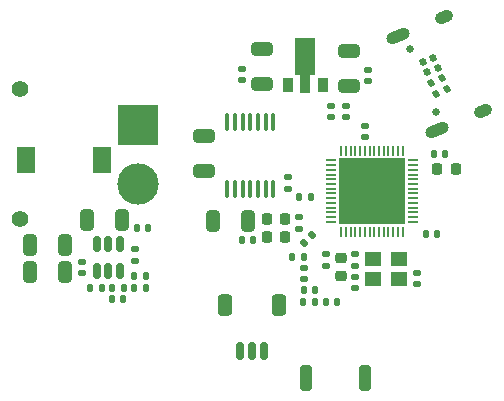
<source format=gbs>
G04 #@! TF.GenerationSoftware,KiCad,Pcbnew,(7.0.0)*
G04 #@! TF.CreationDate,2023-05-14T21:45:47+08:00*
G04 #@! TF.ProjectId,ServoLess,53657276-6f4c-4657-9373-2e6b69636164,V2.0*
G04 #@! TF.SameCoordinates,Original*
G04 #@! TF.FileFunction,Soldermask,Bot*
G04 #@! TF.FilePolarity,Negative*
%FSLAX46Y46*%
G04 Gerber Fmt 4.6, Leading zero omitted, Abs format (unit mm)*
G04 Created by KiCad (PCBNEW (7.0.0)) date 2023-05-14 21:45:47*
%MOMM*%
%LPD*%
G01*
G04 APERTURE LIST*
G04 Aperture macros list*
%AMRoundRect*
0 Rectangle with rounded corners*
0 $1 Rounding radius*
0 $2 $3 $4 $5 $6 $7 $8 $9 X,Y pos of 4 corners*
0 Add a 4 corners polygon primitive as box body*
4,1,4,$2,$3,$4,$5,$6,$7,$8,$9,$2,$3,0*
0 Add four circle primitives for the rounded corners*
1,1,$1+$1,$2,$3*
1,1,$1+$1,$4,$5*
1,1,$1+$1,$6,$7*
1,1,$1+$1,$8,$9*
0 Add four rect primitives between the rounded corners*
20,1,$1+$1,$2,$3,$4,$5,0*
20,1,$1+$1,$4,$5,$6,$7,0*
20,1,$1+$1,$6,$7,$8,$9,0*
20,1,$1+$1,$8,$9,$2,$3,0*%
%AMHorizOval*
0 Thick line with rounded ends*
0 $1 width*
0 $2 $3 position (X,Y) of the first rounded end (center of the circle)*
0 $4 $5 position (X,Y) of the second rounded end (center of the circle)*
0 Add line between two ends*
20,1,$1,$2,$3,$4,$5,0*
0 Add two circle primitives to create the rounded ends*
1,1,$1,$2,$3*
1,1,$1,$4,$5*%
%AMFreePoly0*
4,1,9,3.862500,-0.866500,0.737500,-0.866500,0.737500,-0.450000,-0.737500,-0.450000,-0.737500,0.450000,0.737500,0.450000,0.737500,0.866500,3.862500,0.866500,3.862500,-0.866500,3.862500,-0.866500,$1*%
G04 Aperture macros list end*
%ADD10RoundRect,0.050000X-0.387500X-0.050000X0.387500X-0.050000X0.387500X0.050000X-0.387500X0.050000X0*%
%ADD11RoundRect,0.050000X-0.050000X-0.387500X0.050000X-0.387500X0.050000X0.387500X-0.050000X0.387500X0*%
%ADD12R,5.600000X5.600000*%
%ADD13C,0.650000*%
%ADD14HorizOval,1.000000X0.508134X0.210476X-0.508134X-0.210476X0*%
%ADD15HorizOval,1.000000X0.277164X0.114805X-0.277164X-0.114805X0*%
%ADD16C,1.400000*%
%ADD17R,3.500000X3.500000*%
%ADD18C,3.500000*%
%ADD19RoundRect,0.147500X0.172500X-0.147500X0.172500X0.147500X-0.172500X0.147500X-0.172500X-0.147500X0*%
%ADD20RoundRect,0.100000X-0.100000X0.637500X-0.100000X-0.637500X0.100000X-0.637500X0.100000X0.637500X0*%
%ADD21RoundRect,0.218750X-0.218750X-0.256250X0.218750X-0.256250X0.218750X0.256250X-0.218750X0.256250X0*%
%ADD22RoundRect,0.140000X0.140000X0.170000X-0.140000X0.170000X-0.140000X-0.170000X0.140000X-0.170000X0*%
%ADD23RoundRect,0.250000X-0.325000X-0.650000X0.325000X-0.650000X0.325000X0.650000X-0.325000X0.650000X0*%
%ADD24RoundRect,0.140000X-0.170000X0.140000X-0.170000X-0.140000X0.170000X-0.140000X0.170000X0.140000X0*%
%ADD25R,1.400000X1.200000*%
%ADD26RoundRect,0.135000X0.135000X0.185000X-0.135000X0.185000X-0.135000X-0.185000X0.135000X-0.185000X0*%
%ADD27RoundRect,0.140000X0.170000X-0.140000X0.170000X0.140000X-0.170000X0.140000X-0.170000X-0.140000X0*%
%ADD28RoundRect,0.225000X-0.225000X-0.250000X0.225000X-0.250000X0.225000X0.250000X-0.225000X0.250000X0*%
%ADD29RoundRect,0.250000X0.325000X0.650000X-0.325000X0.650000X-0.325000X-0.650000X0.325000X-0.650000X0*%
%ADD30RoundRect,0.225000X-0.250000X0.225000X-0.250000X-0.225000X0.250000X-0.225000X0.250000X0.225000X0*%
%ADD31RoundRect,0.140000X-0.140000X-0.170000X0.140000X-0.170000X0.140000X0.170000X-0.140000X0.170000X0*%
%ADD32RoundRect,0.150000X-0.150000X-0.625000X0.150000X-0.625000X0.150000X0.625000X-0.150000X0.625000X0*%
%ADD33RoundRect,0.250000X-0.350000X-0.650000X0.350000X-0.650000X0.350000X0.650000X-0.350000X0.650000X0*%
%ADD34RoundRect,0.147500X0.147500X0.172500X-0.147500X0.172500X-0.147500X-0.172500X0.147500X-0.172500X0*%
%ADD35RoundRect,0.250000X-0.650000X0.325000X-0.650000X-0.325000X0.650000X-0.325000X0.650000X0.325000X0*%
%ADD36RoundRect,0.135000X-0.053927X-0.222580X0.195520X-0.119255X0.053927X0.222580X-0.195520X0.119255X0*%
%ADD37RoundRect,0.135000X-0.135000X-0.185000X0.135000X-0.185000X0.135000X0.185000X-0.135000X0.185000X0*%
%ADD38RoundRect,0.250000X-0.250000X0.850000X-0.250000X-0.850000X0.250000X-0.850000X0.250000X0.850000X0*%
%ADD39R,1.500000X2.200000*%
%ADD40RoundRect,0.140000X-0.064287X-0.210635X0.194399X-0.103484X0.064287X0.210635X-0.194399X0.103484X0*%
%ADD41R,0.900000X1.300000*%
%ADD42FreePoly0,90.000000*%
%ADD43RoundRect,0.135000X-0.185000X0.135000X-0.185000X-0.135000X0.185000X-0.135000X0.185000X0.135000X0*%
%ADD44RoundRect,0.250000X0.650000X-0.325000X0.650000X0.325000X-0.650000X0.325000X-0.650000X-0.325000X0*%
%ADD45RoundRect,0.150000X-0.150000X0.512500X-0.150000X-0.512500X0.150000X-0.512500X0.150000X0.512500X0*%
%ADD46RoundRect,0.147500X0.017678X-0.226274X0.226274X-0.017678X-0.017678X0.226274X-0.226274X0.017678X0*%
G04 APERTURE END LIST*
D10*
X147050000Y-95925000D03*
X147050000Y-95525000D03*
X147050000Y-95125000D03*
X147050000Y-94725000D03*
X147050000Y-94325000D03*
X147050000Y-93925000D03*
X147050000Y-93525000D03*
X147050000Y-93125000D03*
X147050000Y-92725000D03*
X147050000Y-92325000D03*
X147050000Y-91925000D03*
X147050000Y-91525000D03*
X147050000Y-91125000D03*
X147050000Y-90725000D03*
D11*
X147887500Y-89887500D03*
X148287500Y-89887500D03*
X148687500Y-89887500D03*
X149087500Y-89887500D03*
X149487500Y-89887500D03*
X149887500Y-89887500D03*
X150287500Y-89887500D03*
X150687500Y-89887500D03*
X151087500Y-89887500D03*
X151487500Y-89887500D03*
X151887500Y-89887500D03*
X152287500Y-89887500D03*
X152687500Y-89887500D03*
X153087500Y-89887500D03*
D10*
X153925000Y-90725000D03*
X153925000Y-91125000D03*
X153925000Y-91525000D03*
X153925000Y-91925000D03*
X153925000Y-92325000D03*
X153925000Y-92725000D03*
X153925000Y-93125000D03*
X153925000Y-93525000D03*
X153925000Y-93925000D03*
X153925000Y-94325000D03*
X153925000Y-94725000D03*
X153925000Y-95125000D03*
X153925000Y-95525000D03*
X153925000Y-95925000D03*
D11*
X153087500Y-96762500D03*
X152687500Y-96762500D03*
X152287500Y-96762500D03*
X151887500Y-96762500D03*
X151487500Y-96762500D03*
X151087500Y-96762500D03*
X150687500Y-96762500D03*
X150287500Y-96762500D03*
X149887500Y-96762500D03*
X149487500Y-96762500D03*
X149087500Y-96762500D03*
X148687500Y-96762500D03*
X148287500Y-96762500D03*
X147887500Y-96762500D03*
D12*
X150487499Y-93324999D03*
D13*
X155943868Y-86629989D03*
X153731958Y-81289965D03*
D14*
X156001448Y-88153958D03*
D15*
X159863265Y-86554341D03*
D14*
X152695064Y-80171639D03*
D15*
X156556880Y-78572022D03*
D16*
X120715000Y-95695000D03*
X120715000Y-84695000D03*
D17*
X130714999Y-87694999D03*
D18*
X130715000Y-92695000D03*
D19*
X149070000Y-99650000D03*
X149070000Y-98680000D03*
D20*
X138250000Y-87437500D03*
X138900000Y-87437500D03*
X139550000Y-87437500D03*
X140200000Y-87437500D03*
X140850000Y-87437500D03*
X141500000Y-87437500D03*
X142150000Y-87437500D03*
X142150000Y-93162500D03*
X141500000Y-93162500D03*
X140850000Y-93162500D03*
X140200000Y-93162500D03*
X139550000Y-93162500D03*
X138900000Y-93162500D03*
X138250000Y-93162500D03*
D21*
X141587500Y-95700000D03*
X143162500Y-95700000D03*
D22*
X140430000Y-97475000D03*
X139470000Y-97475000D03*
D23*
X121575000Y-97875000D03*
X124525000Y-97875000D03*
D24*
X143425000Y-93105000D03*
X143425000Y-92145000D03*
X144320000Y-95555000D03*
X144320000Y-96515000D03*
D25*
X150579999Y-99084999D03*
X152779999Y-99084999D03*
X152779999Y-100784999D03*
X150579999Y-100784999D03*
D26*
X145335000Y-93825000D03*
X144315000Y-93825000D03*
D27*
X139525000Y-83930000D03*
X139525000Y-82970000D03*
D28*
X141575000Y-97200000D03*
X143125000Y-97200000D03*
D29*
X129300000Y-95750000D03*
X126350000Y-95750000D03*
D24*
X154270000Y-100245000D03*
X154270000Y-101205000D03*
D30*
X147830000Y-98950000D03*
X147830000Y-100500000D03*
D27*
X147050000Y-86120000D03*
X147050000Y-87080000D03*
D29*
X140025000Y-95825000D03*
X137075000Y-95825000D03*
D31*
X144700000Y-101730000D03*
X145660000Y-101730000D03*
D32*
X139350000Y-106875000D03*
X140350000Y-106875000D03*
X141350000Y-106875000D03*
D33*
X138050000Y-103000000D03*
X142650000Y-103000000D03*
D34*
X145665000Y-102700000D03*
X144695000Y-102700000D03*
D23*
X121575000Y-100200000D03*
X124525000Y-100200000D03*
D24*
X146630000Y-98665000D03*
X146630000Y-99625000D03*
D19*
X144700000Y-100785000D03*
X144700000Y-99815000D03*
D27*
X148300000Y-86120000D03*
X148300000Y-87080000D03*
D35*
X148525000Y-81450000D03*
X148525000Y-84400000D03*
D36*
X155888821Y-85080169D03*
X156831179Y-84689831D03*
D31*
X146580000Y-102700000D03*
X147540000Y-102700000D03*
X128495000Y-102475000D03*
X129455000Y-102475000D03*
D37*
X126590000Y-101550000D03*
X127610000Y-101550000D03*
D38*
X144870000Y-109185000D03*
X149870000Y-109185000D03*
D27*
X149875000Y-88755000D03*
X149875000Y-87795000D03*
D35*
X136240000Y-88690000D03*
X136240000Y-91640000D03*
D39*
X127599999Y-90674999D03*
X121199999Y-90674999D03*
D22*
X144700000Y-98880000D03*
X143740000Y-98880000D03*
D28*
X156025000Y-91435000D03*
X157575000Y-91435000D03*
D24*
X150150000Y-83070000D03*
X150150000Y-84030000D03*
D31*
X155750000Y-90205000D03*
X156710000Y-90205000D03*
D37*
X130340000Y-100550000D03*
X131360000Y-100550000D03*
D36*
X155508821Y-84160169D03*
X156451179Y-83769831D03*
D31*
X130595000Y-96450000D03*
X131555000Y-96450000D03*
D40*
X155166538Y-83268688D03*
X156053462Y-82901312D03*
X154796538Y-82378688D03*
X155683462Y-82011312D03*
D37*
X128465000Y-101525000D03*
X129485000Y-101525000D03*
D31*
X155070000Y-96975000D03*
X156030000Y-96975000D03*
D27*
X149080000Y-101525000D03*
X149080000Y-100565000D03*
D37*
X130340000Y-101500000D03*
X131360000Y-101500000D03*
D41*
X146349999Y-84314999D03*
D42*
X144850000Y-84227500D03*
D41*
X143349999Y-84314999D03*
D27*
X125975000Y-100255000D03*
X125975000Y-99295000D03*
D43*
X130400000Y-98215000D03*
X130400000Y-99235000D03*
D44*
X141150000Y-84250000D03*
X141150000Y-81300000D03*
D45*
X127225000Y-97837500D03*
X128175000Y-97837500D03*
X129125000Y-97837500D03*
X129125000Y-100112500D03*
X128175000Y-100112500D03*
X127225000Y-100112500D03*
D46*
X144707053Y-97742947D03*
X145392947Y-97057053D03*
M02*

</source>
